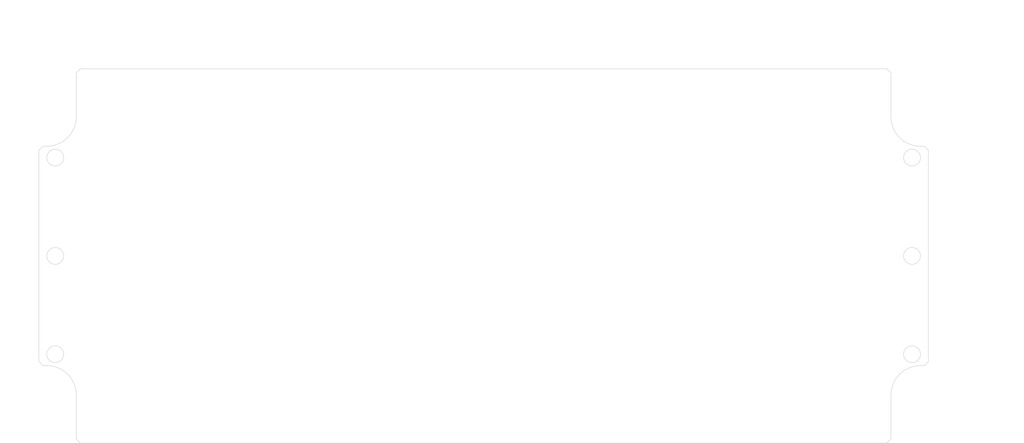
<source format=kicad_pcb>
(kicad_pcb (version 20171130) (host pcbnew "(5.1.0)-1")

  (general
    (thickness 1.6)
    (drawings 105)
    (tracks 0)
    (zones 0)
    (modules 0)
    (nets 1)
  )

  (page A2)
  (layers
    (0 F.Cu signal)
    (31 B.Cu signal)
    (32 B.Adhes user)
    (33 F.Adhes user)
    (34 B.Paste user)
    (35 F.Paste user)
    (36 B.SilkS user)
    (37 F.SilkS user)
    (38 B.Mask user)
    (39 F.Mask user)
    (40 Dwgs.User user)
    (41 Cmts.User user)
    (42 Eco1.User user)
    (43 Eco2.User user)
    (44 Edge.Cuts user)
    (45 Margin user)
    (46 B.CrtYd user)
    (47 F.CrtYd user)
    (48 B.Fab user)
    (49 F.Fab user)
  )

  (setup
    (last_trace_width 0.25)
    (trace_clearance 0.2)
    (zone_clearance 0.508)
    (zone_45_only no)
    (trace_min 0.2)
    (via_size 0.8)
    (via_drill 0.4)
    (via_min_size 0.4)
    (via_min_drill 0.3)
    (uvia_size 0.3)
    (uvia_drill 0.1)
    (uvias_allowed no)
    (uvia_min_size 0.2)
    (uvia_min_drill 0.1)
    (edge_width 0.05)
    (segment_width 0.2)
    (pcb_text_width 0.3)
    (pcb_text_size 1.5 1.5)
    (mod_edge_width 0.12)
    (mod_text_size 1 1)
    (mod_text_width 0.15)
    (pad_size 1.524 1.524)
    (pad_drill 0.762)
    (pad_to_mask_clearance 0.051)
    (solder_mask_min_width 0.25)
    (aux_axis_origin 0 0)
    (visible_elements FFFFFF7F)
    (pcbplotparams
      (layerselection 0x010fc_ffffffff)
      (usegerberextensions false)
      (usegerberattributes false)
      (usegerberadvancedattributes false)
      (creategerberjobfile false)
      (excludeedgelayer true)
      (linewidth 0.152400)
      (plotframeref false)
      (viasonmask false)
      (mode 1)
      (useauxorigin false)
      (hpglpennumber 1)
      (hpglpenspeed 20)
      (hpglpendiameter 15.000000)
      (psnegative false)
      (psa4output false)
      (plotreference true)
      (plotvalue true)
      (plotinvisibletext false)
      (padsonsilk false)
      (subtractmaskfromsilk false)
      (outputformat 1)
      (mirror false)
      (drillshape 1)
      (scaleselection 1)
      (outputdirectory ""))
  )

  (net 0 "")

  (net_class Default "This is the default net class."
    (clearance 0.2)
    (trace_width 0.25)
    (via_dia 0.8)
    (via_drill 0.4)
    (uvia_dia 0.3)
    (uvia_drill 0.1)
  )

  (gr_arc (start 126.451448 268.181059) (end 137.881448 268.181059) (angle -90) (layer Edge.Cuts) (width 0.2))
  (gr_line (start 124.968948 256.751059) (end 126.451448 256.751059) (layer Edge.Cuts) (width 0.2))
  (gr_line (start 123.381448 173.338559) (end 123.381448 255.163559) (layer Edge.Cuts) (width 0.2))
  (gr_line (start 126.451448 171.751059) (end 124.968948 171.751059) (layer Edge.Cuts) (width 0.2))
  (gr_arc (start 126.451448 160.321059) (end 126.451448 171.751059) (angle -90) (layer Edge.Cuts) (width 0.2))
  (gr_line (start 137.881448 143.338559) (end 137.881448 160.321059) (layer Edge.Cuts) (width 0.2))
  (gr_line (start 451.997348 141.751059) (end 139.468948 141.751059) (layer Edge.Cuts) (width 0.2))
  (gr_line (start 453.584848 160.321059) (end 453.584848 143.338559) (layer Edge.Cuts) (width 0.2))
  (gr_arc (start 465.014848 160.321059) (end 453.584848 160.321059) (angle -90) (layer Edge.Cuts) (width 0.2))
  (gr_line (start 466.497348 171.751059) (end 465.014848 171.751059) (layer Edge.Cuts) (width 0.2))
  (gr_line (start 468.084848 255.163559) (end 468.084848 173.338559) (layer Edge.Cuts) (width 0.2))
  (gr_line (start 465.014848 256.751059) (end 466.497348 256.751059) (layer Edge.Cuts) (width 0.2))
  (gr_arc (start 465.014848 268.181059) (end 465.014848 256.751059) (angle -90) (layer Edge.Cuts) (width 0.2))
  (gr_line (start 453.584848 285.163559) (end 453.584848 268.181059) (layer Edge.Cuts) (width 0.2))
  (gr_line (start 139.468948 286.751059) (end 451.997348 286.751059) (layer Edge.Cuts) (width 0.2))
  (gr_circle (center 129.733148 176.151059) (end 132.997048 176.151059) (layer Edge.Cuts) (width 0.2))
  (gr_circle (center 129.733148 214.251059) (end 132.997048 214.251059) (layer Edge.Cuts) (width 0.2))
  (gr_circle (center 129.733148 252.351059) (end 132.997048 252.351059) (layer Edge.Cuts) (width 0.2))
  (gr_circle (center 461.733148 252.351059) (end 464.997048 252.351059) (layer Edge.Cuts) (width 0.2))
  (gr_circle (center 461.733148 214.251059) (end 464.997048 214.251059) (layer Edge.Cuts) (width 0.2))
  (gr_circle (center 461.733148 176.151059) (end 464.997048 176.151059) (layer Edge.Cuts) (width 0.2))
  (gr_line (start 137.881448 268.181059) (end 137.881448 285.163559) (layer Edge.Cuts) (width 0.2))
  (gr_line (start 124.968948 256.751059) (end 123.381448 255.163559) (layer Edge.Cuts) (width 0.2))
  (gr_line (start 123.381448 173.338559) (end 124.968948 171.751059) (layer Edge.Cuts) (width 0.2))
  (gr_line (start 137.881448 143.338559) (end 139.468948 141.751059) (layer Edge.Cuts) (width 0.2))
  (gr_line (start 451.997348 141.751059) (end 453.584848 143.338559) (layer Edge.Cuts) (width 0.2))
  (gr_line (start 466.497348 171.751059) (end 468.084848 173.338559) (layer Edge.Cuts) (width 0.2))
  (gr_line (start 468.084848 255.163559) (end 466.497348 256.751059) (layer Edge.Cuts) (width 0.2))
  (gr_line (start 453.584848 285.163559) (end 451.997348 286.751059) (layer Edge.Cuts) (width 0.2))
  (gr_line (start 139.468948 286.751059) (end 137.881448 285.163559) (layer Edge.Cuts) (width 0.2))
  (gr_text [13.07] (at 295.733148 188.062068) (layer Dwgs.User)
    (effects (font (size 2 1.8) (thickness 0.25)))
  )
  (gr_text " 332.00" (at 295.733148 184.158521) (layer Dwgs.User)
    (effects (font (size 2 1.8) (thickness 0.25)))
  )
  (gr_line (start 459.733148 185.980349) (end 301.127282 185.980349) (layer Dwgs.User) (width 0.2))
  (gr_line (start 131.733148 185.980349) (end 290.339015 185.980349) (layer Dwgs.User) (width 0.2))
  (gr_line (start 461.733148 177.151059) (end 461.733148 189.155349) (layer Dwgs.User) (width 0.2))
  (gr_line (start 129.733148 177.151059) (end 129.733148 189.155349) (layer Dwgs.User) (width 0.2))
  (gr_text [.25] (at 116.904467 159.722561) (layer Dwgs.User)
    (effects (font (size 2 1.8) (thickness 0.25)))
  )
  (gr_text " 6.35" (at 116.904467 155.819014) (layer Dwgs.User)
    (effects (font (size 2 1.8) (thickness 0.25)))
  )
  (gr_line (start 123.381448 157.640842) (end 120.755626 157.640842) (layer Dwgs.User) (width 0.2))
  (gr_line (start 127.733148 157.640842) (end 125.381448 157.640842) (layer Dwgs.User) (width 0.2))
  (gr_line (start 129.733148 175.151059) (end 129.733148 154.465842) (layer Dwgs.User) (width 0.2))
  (gr_line (start 123.381448 172.338559) (end 123.381448 154.465842) (layer Dwgs.User) (width 0.2))
  (gr_line (start 129.733148 214.341059) (end 129.733148 214.161059) (layer Dwgs.User) (width 0.2))
  (gr_line (start 129.643148 214.251059) (end 129.823148 214.251059) (layer Dwgs.User) (width 0.2))
  (gr_text " ∅6.53\n[∅0.26]" (at 144.332145 223.934104) (layer Dwgs.User)
    (effects (font (size 2 1.8) (thickness 0.25)))
  )
  (gr_line (start 137.135829 223.934104) (end 132.93016 218.432896) (layer Dwgs.User) (width 0.2))
  (gr_line (start 139.135829 223.934104) (end 137.135829 223.934104) (layer Dwgs.User) (width 0.2))
  (gr_text [R0.45] (at 153.83653 258.112779) (layer Dwgs.User)
    (effects (font (size 2 1.8) (thickness 0.25)))
  )
  (gr_text " R11.43" (at 153.83653 254.209232) (layer Dwgs.User)
    (effects (font (size 2 1.8) (thickness 0.25)))
  )
  (gr_line (start 143.830178 256.03106) (end 137.458228 260.485884) (layer Dwgs.User) (width 0.2))
  (gr_line (start 148.207062 256.03106) (end 143.830178 256.03106) (layer Dwgs.User) (width 0.2))
  (gr_text [1.35] (at 113.066482 270.311344) (layer Dwgs.User)
    (effects (font (size 2 1.8) (thickness 0.25)))
  )
  (gr_text " 34.40" (at 113.066482 266.407797) (layer Dwgs.User)
    (effects (font (size 2 1.8) (thickness 0.25)))
  )
  (gr_line (start 113.066482 254.351059) (end 113.066482 264.326078) (layer Dwgs.User) (width 0.2))
  (gr_line (start 113.066482 284.751059) (end 113.066482 272.133172) (layer Dwgs.User) (width 0.2))
  (gr_line (start 128.733148 252.351059) (end 109.891482 252.351059) (layer Dwgs.User) (width 0.2))
  (gr_line (start 138.468948 286.751059) (end 109.891482 286.751059) (layer Dwgs.User) (width 0.2))
  (gr_text [1.50] (at 113.066482 235.382778) (layer Dwgs.User)
    (effects (font (size 2 1.8) (thickness 0.25)))
  )
  (gr_text " 38.10" (at 113.066482 231.479231) (layer Dwgs.User)
    (effects (font (size 2 1.8) (thickness 0.25)))
  )
  (gr_line (start 113.066482 250.351059) (end 113.066482 237.204606) (layer Dwgs.User) (width 0.2))
  (gr_line (start 113.066482 216.251059) (end 113.066482 229.397512) (layer Dwgs.User) (width 0.2))
  (gr_line (start 128.733148 252.351059) (end 109.891482 252.351059) (layer Dwgs.User) (width 0.2))
  (gr_line (start 128.733148 214.251059) (end 109.891482 214.251059) (layer Dwgs.User) (width 0.2))
  (gr_text [1.50] (at 113.066482 195.27522) (layer Dwgs.User)
    (effects (font (size 2 1.8) (thickness 0.25)))
  )
  (gr_text " 38.10" (at 113.066482 191.371673) (layer Dwgs.User)
    (effects (font (size 2 1.8) (thickness 0.25)))
  )
  (gr_line (start 113.066482 212.251059) (end 113.066482 197.097048) (layer Dwgs.User) (width 0.2))
  (gr_line (start 113.066482 178.151059) (end 113.066482 189.289954) (layer Dwgs.User) (width 0.2))
  (gr_line (start 128.733148 214.251059) (end 109.891482 214.251059) (layer Dwgs.User) (width 0.2))
  (gr_line (start 128.733148 176.151059) (end 109.891482 176.151059) (layer Dwgs.User) (width 0.2))
  (gr_text [.57] (at 460.834848 133.463075) (layer Dwgs.User)
    (effects (font (size 2 1.8) (thickness 0.25)))
  )
  (gr_text " 14.50" (at 460.834848 129.564302) (layer Dwgs.User)
    (effects (font (size 2 1.8) (thickness 0.25)))
  )
  (gr_line (start 455.584848 131.385448) (end 456.217659 131.385448) (layer Dwgs.User) (width 0.2))
  (gr_line (start 466.084848 131.385448) (end 465.452038 131.385448) (layer Dwgs.User) (width 0.2))
  (gr_line (start 453.584848 142.338559) (end 453.584848 128.210448) (layer Dwgs.User) (width 0.2))
  (gr_line (start 468.084848 172.338559) (end 468.084848 128.210448) (layer Dwgs.User) (width 0.2))
  (gr_text [1.18] (at 483.164015 272.027226) (layer Dwgs.User)
    (effects (font (size 2 1.8) (thickness 0.25)))
  )
  (gr_text " 30.00" (at 483.164015 268.123679) (layer Dwgs.User)
    (effects (font (size 2 1.8) (thickness 0.25)))
  )
  (gr_line (start 483.164015 284.751059) (end 483.164015 273.849054) (layer Dwgs.User) (width 0.2))
  (gr_line (start 483.164015 258.751059) (end 483.164015 266.04196) (layer Dwgs.User) (width 0.2))
  (gr_line (start 452.997348 286.751059) (end 486.339015 286.751059) (layer Dwgs.User) (width 0.2))
  (gr_line (start 467.497348 256.751059) (end 486.339015 256.751059) (layer Dwgs.User) (width 0.2))
  (gr_text [3.35] (at 483.164015 209.078354) (layer Dwgs.User)
    (effects (font (size 2 1.8) (thickness 0.25)))
  )
  (gr_text " 85.00" (at 483.164015 205.175489) (layer Dwgs.User)
    (effects (font (size 2 1.8) (thickness 0.25)))
  )
  (gr_line (start 483.164015 254.751059) (end 483.164015 210.8995) (layer Dwgs.User) (width 0.2))
  (gr_line (start 483.164015 173.751059) (end 483.164015 203.09377) (layer Dwgs.User) (width 0.2))
  (gr_line (start 467.497348 256.751059) (end 486.339015 256.751059) (layer Dwgs.User) (width 0.2))
  (gr_line (start 467.497348 171.751059) (end 486.339015 171.751059) (layer Dwgs.User) (width 0.2))
  (gr_text [5.71] (at 499.547284 222.087787) (layer Dwgs.User)
    (effects (font (size 2 1.8) (thickness 0.25)))
  )
  (gr_text " 145.00" (at 499.547284 218.184922) (layer Dwgs.User)
    (effects (font (size 2 1.8) (thickness 0.25)))
  )
  (gr_line (start 499.547284 143.751059) (end 499.547284 216.103203) (layer Dwgs.User) (width 0.2))
  (gr_line (start 499.547284 284.751059) (end 499.547284 223.908933) (layer Dwgs.User) (width 0.2))
  (gr_line (start 452.997348 141.751059) (end 502.722284 141.751059) (layer Dwgs.User) (width 0.2))
  (gr_line (start 452.997348 286.751059) (end 502.722284 286.751059) (layer Dwgs.User) (width 0.2))
  (gr_text [12.43] (at 305.126984 133.418107) (layer Dwgs.User)
    (effects (font (size 2 1.8) (thickness 0.25)))
  )
  (gr_text " 315.70" (at 305.126984 129.51456) (layer Dwgs.User)
    (effects (font (size 2 1.8) (thickness 0.25)))
  )
  (gr_line (start 451.584848 131.336388) (end 310.521118 131.336388) (layer Dwgs.User) (width 0.2))
  (gr_line (start 139.881448 131.336388) (end 299.73285 131.336388) (layer Dwgs.User) (width 0.2))
  (gr_line (start 453.584848 142.338559) (end 453.584848 128.161388) (layer Dwgs.User) (width 0.2))
  (gr_line (start 137.881448 142.338559) (end 137.881448 128.161388) (layer Dwgs.User) (width 0.2))
  (gr_text [13.57] (at 285.198405 120.596198) (layer Dwgs.User)
    (effects (font (size 2 1.8) (thickness 0.25)))
  )
  (gr_text " 344.70" (at 285.198405 116.692651) (layer Dwgs.User)
    (effects (font (size 2 1.8) (thickness 0.25)))
  )
  (gr_line (start 466.084848 118.514479) (end 290.592539 118.514479) (layer Dwgs.User) (width 0.2))
  (gr_line (start 125.381448 118.514479) (end 279.804271 118.514479) (layer Dwgs.User) (width 0.2))
  (gr_line (start 468.084848 172.338559) (end 468.084848 115.339479) (layer Dwgs.User) (width 0.2))
  (gr_line (start 123.381448 172.338559) (end 123.381448 115.339479) (layer Dwgs.User) (width 0.2))

)

</source>
